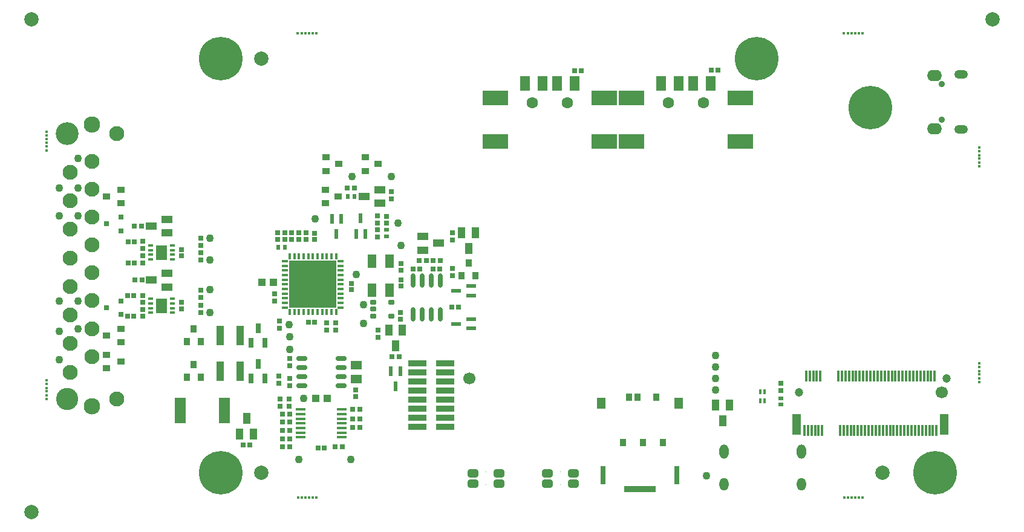
<source format=gbs>
G04*
G04 #@! TF.GenerationSoftware,Altium Limited,Altium NEXUS,2.0.15 (191)*
G04*
G04 Layer_Color=16711935*
%FSLAX25Y25*%
%MOIN*%
G70*
G01*
G75*
%ADD70C,0.04331*%
%ADD71C,0.06299*%
%ADD89C,0.06693*%
%ADD137C,0.07874*%
%ADD139R,0.02835X0.02835*%
%ADD140R,0.02953X0.02559*%
%ADD141R,0.02756X0.02362*%
%ADD142R,0.04331X0.05906*%
%ADD147R,0.05906X0.04331*%
%ADD148R,0.02559X0.02165*%
%ADD149R,0.02165X0.02559*%
%ADD150R,0.02559X0.02953*%
%ADD172R,0.03543X0.03937*%
G04:AMPARAMS|DCode=174|XSize=25.59mil|YSize=35.43mil|CornerRadius=3.92mil|HoleSize=0mil|Usage=FLASHONLY|Rotation=90.000|XOffset=0mil|YOffset=0mil|HoleType=Round|Shape=RoundedRectangle|*
%AMROUNDEDRECTD174*
21,1,0.02559,0.02760,0,0,90.0*
21,1,0.01776,0.03543,0,0,90.0*
1,1,0.00784,0.01380,0.00888*
1,1,0.00784,0.01380,-0.00888*
1,1,0.00784,-0.01380,-0.00888*
1,1,0.00784,-0.01380,0.00888*
%
%ADD174ROUNDEDRECTD174*%
%ADD179R,0.02835X0.02835*%
%ADD180R,0.03937X0.04331*%
%ADD181R,0.03937X0.03543*%
%ADD185R,0.01575X0.03150*%
%ADD187C,0.01587*%
%ADD189C,0.12205*%
%ADD190C,0.09055*%
%ADD191C,0.08268*%
%ADD192C,0.12611*%
%ADD193C,0.04724*%
G04:AMPARAMS|DCode=194|XSize=3.94mil|YSize=3.94mil|CornerRadius=0mil|HoleSize=0mil|Usage=FLASHONLY|Rotation=180.000|XOffset=0mil|YOffset=0mil|HoleType=Round|Shape=RoundedRectangle|*
%AMROUNDEDRECTD194*
21,1,0.00394,0.00394,0,0,180.0*
21,1,0.00394,0.00394,0,0,180.0*
1,1,0.00000,-0.00197,0.00197*
1,1,0.00000,0.00197,0.00197*
1,1,0.00000,0.00197,-0.00197*
1,1,0.00000,-0.00197,-0.00197*
%
%ADD194ROUNDEDRECTD194*%
%ADD195O,0.05118X0.07087*%
%ADD196O,0.05118X0.07874*%
%ADD197C,0.03543*%
%ADD198O,0.07480X0.04921*%
%ADD199O,0.08268X0.06102*%
%ADD200C,0.24016*%
%ADD201R,0.09843X0.03347*%
%ADD202R,0.05354X0.01811*%
%ADD203R,0.03551X0.04221*%
%ADD204R,0.02362X0.05315*%
%ADD205R,0.05315X0.02362*%
%ADD206R,0.04134X0.10630*%
%ADD207R,0.02559X0.05433*%
%ADD208R,0.04221X0.03551*%
%ADD209R,0.03150X0.02756*%
%ADD210R,0.04724X0.05906*%
%ADD211R,0.02756X0.10039*%
%ADD212R,0.17323X0.03347*%
%ADD213R,0.01575X0.06496*%
%ADD214R,0.05118X0.11221*%
%ADD215R,0.06181X0.08268*%
%ADD216R,0.03150X0.01575*%
%ADD217O,0.06102X0.02756*%
%ADD218O,0.02756X0.07874*%
%ADD219R,0.06102X0.13976*%
%ADD220R,0.05906X0.04528*%
%ADD221O,0.03740X0.01575*%
%ADD222O,0.01575X0.03740*%
%ADD223R,0.26181X0.26181*%
G04:AMPARAMS|DCode=224|XSize=59.06mil|YSize=45.28mil|CornerRadius=12.3mil|HoleSize=0mil|Usage=FLASHONLY|Rotation=180.000|XOffset=0mil|YOffset=0mil|HoleType=Round|Shape=RoundedRectangle|*
%AMROUNDEDRECTD224*
21,1,0.05906,0.02067,0,0,180.0*
21,1,0.03445,0.04528,0,0,180.0*
1,1,0.02461,-0.01722,0.01034*
1,1,0.02461,0.01722,0.01034*
1,1,0.02461,0.01722,-0.01034*
1,1,0.02461,-0.01722,-0.01034*
%
%ADD224ROUNDEDRECTD224*%
%ADD225R,0.05315X0.08268*%
%ADD226R,0.14173X0.08268*%
%ADD227R,0.05118X0.07480*%
D70*
X17151Y187036D02*
D03*
X17151Y170578D02*
D03*
X17151Y155335D02*
D03*
X17151Y108207D02*
D03*
X17151Y92835D02*
D03*
X7000Y170578D02*
D03*
Y108170D02*
D03*
Y91607D02*
D03*
X7000Y76090D02*
D03*
X141535Y54817D02*
D03*
X134040Y81688D02*
D03*
X133529Y95472D02*
D03*
X134040Y88687D02*
D03*
X90000Y101823D02*
D03*
Y114595D02*
D03*
X168226Y176836D02*
D03*
X174567Y106323D02*
D03*
X190000Y176836D02*
D03*
X170600Y122823D02*
D03*
X90000Y130950D02*
D03*
X90000Y142873D02*
D03*
X195065Y139012D02*
D03*
X138962Y20836D02*
D03*
X148000Y153687D02*
D03*
X193495Y151458D02*
D03*
X167636Y20836D02*
D03*
X174561Y95898D02*
D03*
X368676Y65818D02*
D03*
X368604Y72088D02*
D03*
X368600Y59436D02*
D03*
X368676Y78309D02*
D03*
X363703Y12037D02*
D03*
X7000Y155402D02*
D03*
D71*
X267609Y217623D02*
D03*
X286900D02*
D03*
X342554Y217622D02*
D03*
X361846D02*
D03*
D89*
X493293Y57921D02*
D03*
X232972Y65610D02*
D03*
D137*
X521134Y263571D02*
D03*
X-8394Y263571D02*
D03*
X-8394Y-8083D02*
D03*
X118110Y13780D02*
D03*
X460630D02*
D03*
X118110Y242127D02*
D03*
D139*
X170374Y55643D02*
D03*
Y59186D02*
D03*
X195000Y98461D02*
D03*
Y102005D02*
D03*
X74398Y103953D02*
D03*
Y107496D02*
D03*
X167788Y114563D02*
D03*
Y118107D02*
D03*
X74260Y133219D02*
D03*
Y136763D02*
D03*
X147696Y142216D02*
D03*
Y145760D02*
D03*
X195065Y125419D02*
D03*
Y128962D02*
D03*
X195065Y120071D02*
D03*
Y116527D02*
D03*
X187077Y155001D02*
D03*
Y151458D02*
D03*
D140*
X133858Y72658D02*
D03*
Y76595D02*
D03*
X133884Y61594D02*
D03*
Y65531D02*
D03*
X133408Y54204D02*
D03*
Y50267D02*
D03*
X128561D02*
D03*
Y54204D02*
D03*
X128356Y97256D02*
D03*
Y93319D02*
D03*
X127756Y63091D02*
D03*
Y67028D02*
D03*
X154331Y96198D02*
D03*
Y92261D02*
D03*
X159142Y96198D02*
D03*
Y92261D02*
D03*
X190000Y168650D02*
D03*
Y164713D02*
D03*
X52984Y111488D02*
D03*
Y107551D02*
D03*
X53000Y99874D02*
D03*
Y103811D02*
D03*
X125582Y112402D02*
D03*
Y108465D02*
D03*
X85000Y138948D02*
D03*
Y142885D02*
D03*
X85000Y110354D02*
D03*
Y114291D02*
D03*
X85000Y134887D02*
D03*
Y130950D02*
D03*
X85000Y105841D02*
D03*
Y101904D02*
D03*
X223579Y126241D02*
D03*
Y122304D02*
D03*
Y141911D02*
D03*
Y145848D02*
D03*
X53000Y141172D02*
D03*
Y137235D02*
D03*
X52835Y129400D02*
D03*
Y133337D02*
D03*
X127287Y142217D02*
D03*
Y146154D02*
D03*
X131224Y142216D02*
D03*
Y146153D02*
D03*
X135063Y142217D02*
D03*
Y146153D02*
D03*
X139000Y142217D02*
D03*
Y146154D02*
D03*
X142937Y142217D02*
D03*
Y146154D02*
D03*
X182612Y88470D02*
D03*
Y92407D02*
D03*
X182097Y147497D02*
D03*
Y143560D02*
D03*
X182112Y155198D02*
D03*
Y151261D02*
D03*
X404650Y58920D02*
D03*
Y62857D02*
D03*
D141*
Y54817D02*
D03*
Y51273D02*
D03*
D142*
X192260Y83521D02*
D03*
X196000Y92183D02*
D03*
X188520D02*
D03*
X372417Y42488D02*
D03*
X376157Y51150D02*
D03*
X368676D02*
D03*
X232418Y137163D02*
D03*
X236158Y145824D02*
D03*
X228678D02*
D03*
X110088Y43729D02*
D03*
X106348Y35067D02*
D03*
X113829D02*
D03*
D147*
X207093Y136416D02*
D03*
Y143896D02*
D03*
X215755Y140156D02*
D03*
X57709Y149583D02*
D03*
X66370Y145843D02*
D03*
Y153323D02*
D03*
X57709Y119854D02*
D03*
X66370Y116114D02*
D03*
Y123594D02*
D03*
X175043Y165938D02*
D03*
X183705Y162198D02*
D03*
Y169679D02*
D03*
D148*
X187077Y147498D02*
D03*
Y143954D02*
D03*
D149*
X127681Y138004D02*
D03*
X131224D02*
D03*
X165855Y165938D02*
D03*
X169399D02*
D03*
D150*
X133968Y27877D02*
D03*
X130032D02*
D03*
X133968Y45937D02*
D03*
X130032D02*
D03*
X108120Y29098D02*
D03*
X112057D02*
D03*
X169596Y170523D02*
D03*
X165658D02*
D03*
X52565Y120002D02*
D03*
X48628D02*
D03*
X216729Y126015D02*
D03*
X212792D02*
D03*
X212854Y130603D02*
D03*
X216791D02*
D03*
X227040Y104836D02*
D03*
X223103D02*
D03*
X52228Y149583D02*
D03*
X48291D02*
D03*
X205324Y130602D02*
D03*
X209261D02*
D03*
X133968Y32483D02*
D03*
X130032D02*
D03*
X133968Y37154D02*
D03*
X130032D02*
D03*
X133968Y41585D02*
D03*
X130032D02*
D03*
X194117Y77553D02*
D03*
X190180D02*
D03*
X168631Y48513D02*
D03*
X172569D02*
D03*
X162841Y27888D02*
D03*
X158904D02*
D03*
X168596Y38691D02*
D03*
X172533D02*
D03*
X172533Y43395D02*
D03*
X168596D02*
D03*
D172*
X328553Y30451D02*
D03*
X320915Y55412D02*
D03*
X335915D02*
D03*
X339576Y30451D02*
D03*
X317529D02*
D03*
X325639Y55412D02*
D03*
D174*
X179823Y100132D02*
D03*
Y103872D02*
D03*
Y107612D02*
D03*
X189862D02*
D03*
Y100132D02*
D03*
D179*
X149500Y27483D02*
D03*
X153043D02*
D03*
X147638Y96630D02*
D03*
X144094D02*
D03*
X44412Y111463D02*
D03*
X47955D02*
D03*
X44457Y99874D02*
D03*
X48000D02*
D03*
X205496Y126077D02*
D03*
X201953D02*
D03*
X44734Y141078D02*
D03*
X48278D02*
D03*
X44778Y129227D02*
D03*
X48322D02*
D03*
X366240Y235520D02*
D03*
X369783D02*
D03*
X290945Y235323D02*
D03*
X294488D02*
D03*
D180*
X154650Y54633D02*
D03*
X148351D02*
D03*
X125000Y118799D02*
D03*
X118701D02*
D03*
D181*
X32916Y165938D02*
D03*
X40790Y162198D02*
D03*
Y169679D02*
D03*
X40937Y75064D02*
D03*
X33063Y78804D02*
D03*
Y71324D02*
D03*
X33058Y89408D02*
D03*
X40932Y85668D02*
D03*
Y93148D02*
D03*
D185*
X393390Y53323D02*
D03*
X395555D02*
D03*
X393390Y58244D02*
D03*
X395555D02*
D03*
D187*
X-51Y193491D02*
D03*
X-50Y195556D02*
D03*
X-51Y199601D02*
D03*
Y201682D02*
D03*
Y197520D02*
D03*
X-53Y191426D02*
D03*
X-51Y56434D02*
D03*
X-50Y58499D02*
D03*
X-51Y62544D02*
D03*
Y64625D02*
D03*
Y60463D02*
D03*
X-53Y54369D02*
D03*
X441450Y255957D02*
D03*
X443515Y255956D02*
D03*
X447561Y255957D02*
D03*
X449642D02*
D03*
X445479D02*
D03*
X439386Y255958D02*
D03*
X513831Y184761D02*
D03*
X513830Y186826D02*
D03*
X513831Y190872D02*
D03*
Y192953D02*
D03*
Y188791D02*
D03*
X513832Y182696D02*
D03*
X513831Y65761D02*
D03*
X513830Y67826D02*
D03*
X513831Y71872D02*
D03*
Y73953D02*
D03*
Y69791D02*
D03*
X513832Y63696D02*
D03*
X140533Y-51D02*
D03*
X142598Y-50D02*
D03*
X146644Y-51D02*
D03*
X148725D02*
D03*
X144563D02*
D03*
X138469Y-53D02*
D03*
X441466Y-51D02*
D03*
X443530Y-50D02*
D03*
X447576Y-51D02*
D03*
X449657D02*
D03*
X445495D02*
D03*
X439401Y-53D02*
D03*
X148575Y255907D02*
D03*
X142481Y255906D02*
D03*
X138319D02*
D03*
X140400D02*
D03*
X144446Y255904D02*
D03*
X146511Y255906D02*
D03*
D189*
X11068Y54172D02*
D03*
D190*
X24848Y50235D02*
D03*
Y205747D02*
D03*
D191*
X38627Y54172D02*
D03*
Y200629D02*
D03*
X24848Y77794D02*
D03*
Y93148D02*
D03*
Y108503D02*
D03*
Y123857D02*
D03*
Y139211D02*
D03*
Y154566D02*
D03*
Y169920D02*
D03*
Y185275D02*
D03*
X13037Y69133D02*
D03*
Y84881D02*
D03*
Y100629D02*
D03*
Y116377D02*
D03*
Y132125D02*
D03*
Y147873D02*
D03*
Y163621D02*
D03*
Y179369D02*
D03*
D192*
X11068Y200629D02*
D03*
D193*
X414553Y57921D02*
D03*
X495964Y65610D02*
D03*
D194*
X283000Y13921D02*
D03*
Y6834D02*
D03*
X242055Y6834D02*
D03*
Y13920D02*
D03*
D195*
X416061Y7473D02*
D03*
X373344D02*
D03*
D196*
X416061Y25189D02*
D03*
X373344D02*
D03*
D197*
X493227Y227965D02*
D03*
Y208280D02*
D03*
D198*
X504053Y233379D02*
D03*
Y202867D02*
D03*
D199*
X489093Y232788D02*
D03*
Y203457D02*
D03*
D200*
X453957Y214942D02*
D03*
X96016Y242126D02*
D03*
Y13780D02*
D03*
X391291Y242126D02*
D03*
X489717Y13780D02*
D03*
D201*
X219677Y68823D02*
D03*
Y63823D02*
D03*
Y58823D02*
D03*
Y38823D02*
D03*
Y43823D02*
D03*
Y48823D02*
D03*
Y53823D02*
D03*
Y73823D02*
D03*
X204323Y58823D02*
D03*
Y73823D02*
D03*
Y68823D02*
D03*
Y63823D02*
D03*
Y53823D02*
D03*
Y48823D02*
D03*
Y43823D02*
D03*
Y38823D02*
D03*
D202*
X162689Y48513D02*
D03*
X139854Y33158D02*
D03*
Y35717D02*
D03*
Y38276D02*
D03*
Y40836D02*
D03*
Y43395D02*
D03*
Y45954D02*
D03*
Y48513D02*
D03*
X162689Y33158D02*
D03*
Y35717D02*
D03*
Y38276D02*
D03*
Y40836D02*
D03*
Y43395D02*
D03*
Y45954D02*
D03*
D203*
X232418Y129255D02*
D03*
X228678Y122287D02*
D03*
X236158D02*
D03*
X81000Y73268D02*
D03*
X77260Y66299D02*
D03*
X84740D02*
D03*
X81000Y92882D02*
D03*
X77260Y85914D02*
D03*
X84740D02*
D03*
D204*
X159709Y145331D02*
D03*
X162268Y153796D02*
D03*
X157150D02*
D03*
X173063Y153843D02*
D03*
X170503Y145378D02*
D03*
X175622D02*
D03*
X192260Y61299D02*
D03*
X194819Y69764D02*
D03*
X189701D02*
D03*
D205*
X225508Y95734D02*
D03*
X233972Y93175D02*
D03*
Y98293D02*
D03*
X225432Y114017D02*
D03*
X233896Y111458D02*
D03*
Y116576D02*
D03*
D206*
X106512Y69784D02*
D03*
X95488D02*
D03*
X106512Y89398D02*
D03*
X95488D02*
D03*
D207*
X120145Y65787D02*
D03*
X112664D02*
D03*
X116405Y73780D02*
D03*
X120145Y85402D02*
D03*
X112664D02*
D03*
X116405Y93394D02*
D03*
D208*
X182484Y183835D02*
D03*
X175516Y187576D02*
D03*
Y180095D02*
D03*
X153847D02*
D03*
Y187576D02*
D03*
X160815Y183835D02*
D03*
X153658Y162198D02*
D03*
Y169679D02*
D03*
X160627Y165938D02*
D03*
D209*
X33063Y150836D02*
D03*
X40937Y154576D02*
D03*
Y147095D02*
D03*
X40775Y100983D02*
D03*
Y108463D02*
D03*
X32901Y104723D02*
D03*
D210*
X305443Y51869D02*
D03*
X348356D02*
D03*
D211*
X347175Y12302D02*
D03*
X306624D02*
D03*
D212*
X326899Y4723D02*
D03*
D213*
X417505Y37154D02*
D03*
X419474D02*
D03*
X421442D02*
D03*
X423411D02*
D03*
X425379D02*
D03*
X427348D02*
D03*
X437190D02*
D03*
X439159D02*
D03*
X441127D02*
D03*
X443096D02*
D03*
X445064D02*
D03*
X447033D02*
D03*
X449001D02*
D03*
X450970D02*
D03*
X452938D02*
D03*
X454907D02*
D03*
X456875D02*
D03*
X458844D02*
D03*
X460812D02*
D03*
X462781D02*
D03*
X464749D02*
D03*
X466718D02*
D03*
X468686D02*
D03*
X470655D02*
D03*
X472623D02*
D03*
X474592D02*
D03*
X476560D02*
D03*
X478529D02*
D03*
X480497D02*
D03*
X482466D02*
D03*
X484434D02*
D03*
X486403D02*
D03*
X488371D02*
D03*
X490340D02*
D03*
X418490Y66878D02*
D03*
X420458D02*
D03*
X422427D02*
D03*
X424395D02*
D03*
X426364D02*
D03*
X436206D02*
D03*
X438175D02*
D03*
X440143D02*
D03*
X442112D02*
D03*
X444080D02*
D03*
X446049D02*
D03*
X448017D02*
D03*
X449986D02*
D03*
X451954D02*
D03*
X453923D02*
D03*
X455891D02*
D03*
X457860D02*
D03*
X459828D02*
D03*
X461797D02*
D03*
X463765D02*
D03*
X465734D02*
D03*
X467702D02*
D03*
X469671D02*
D03*
X471639D02*
D03*
X473608D02*
D03*
X475576D02*
D03*
X477545D02*
D03*
X479513D02*
D03*
X481482D02*
D03*
X483450D02*
D03*
X485419D02*
D03*
X487387D02*
D03*
X489356D02*
D03*
D214*
X413175Y40205D02*
D03*
X494671D02*
D03*
D215*
X63260Y135110D02*
D03*
X63221Y105681D02*
D03*
D216*
X57315Y131271D02*
D03*
Y133830D02*
D03*
Y136389D02*
D03*
Y138948D02*
D03*
X69205Y131271D02*
D03*
Y133830D02*
D03*
Y136389D02*
D03*
Y138948D02*
D03*
X57276Y101842D02*
D03*
Y104401D02*
D03*
Y106960D02*
D03*
Y109519D02*
D03*
X69165Y101842D02*
D03*
Y104401D02*
D03*
Y106960D02*
D03*
Y109519D02*
D03*
D217*
X162106Y76595D02*
D03*
Y71595D02*
D03*
Y66594D02*
D03*
Y61594D02*
D03*
X140650Y76595D02*
D03*
Y71595D02*
D03*
Y66594D02*
D03*
Y61594D02*
D03*
D218*
X201906Y119519D02*
D03*
X206906D02*
D03*
X211906D02*
D03*
X216906D02*
D03*
X201906Y101015D02*
D03*
X206906D02*
D03*
X211906D02*
D03*
X216906D02*
D03*
D219*
X98000Y47914D02*
D03*
X73591D02*
D03*
D220*
X170472Y72835D02*
D03*
Y65354D02*
D03*
D221*
X131299Y104724D02*
D03*
Y107283D02*
D03*
Y109843D02*
D03*
Y112401D02*
D03*
Y114961D02*
D03*
Y117520D02*
D03*
Y120079D02*
D03*
Y122638D02*
D03*
Y125197D02*
D03*
Y127756D02*
D03*
Y130315D02*
D03*
X162008D02*
D03*
Y127756D02*
D03*
Y125197D02*
D03*
Y122638D02*
D03*
Y120079D02*
D03*
Y117520D02*
D03*
Y114961D02*
D03*
Y112401D02*
D03*
Y109843D02*
D03*
Y107283D02*
D03*
Y104724D02*
D03*
D222*
X133858Y132874D02*
D03*
X136417D02*
D03*
X138976D02*
D03*
X141535D02*
D03*
X144094D02*
D03*
X146653D02*
D03*
X149213D02*
D03*
X151771D02*
D03*
X154331D02*
D03*
X156890D02*
D03*
X159449D02*
D03*
Y102165D02*
D03*
X156890D02*
D03*
X154331D02*
D03*
X151771D02*
D03*
X149213D02*
D03*
X146653D02*
D03*
X144094D02*
D03*
X141535D02*
D03*
X138976D02*
D03*
X136417D02*
D03*
X133858D02*
D03*
D223*
X146653Y117520D02*
D03*
D224*
X290087Y13232D02*
D03*
X275913D02*
D03*
X290087Y7523D02*
D03*
X275913D02*
D03*
X234968Y7523D02*
D03*
X249141D02*
D03*
X234968Y13232D02*
D03*
X249141D02*
D03*
D225*
X273317Y228253D02*
D03*
X281191D02*
D03*
X263475D02*
D03*
X291034D02*
D03*
X348263Y228252D02*
D03*
X356137D02*
D03*
X338421D02*
D03*
X365980D02*
D03*
D226*
X307274Y220379D02*
D03*
X247235D02*
D03*
X307274Y196363D02*
D03*
X247235D02*
D03*
X382220Y220378D02*
D03*
X322180D02*
D03*
X382220Y196362D02*
D03*
X322180D02*
D03*
D227*
X188836Y114488D02*
D03*
Y130236D02*
D03*
X179387D02*
D03*
Y114488D02*
D03*
M02*

</source>
